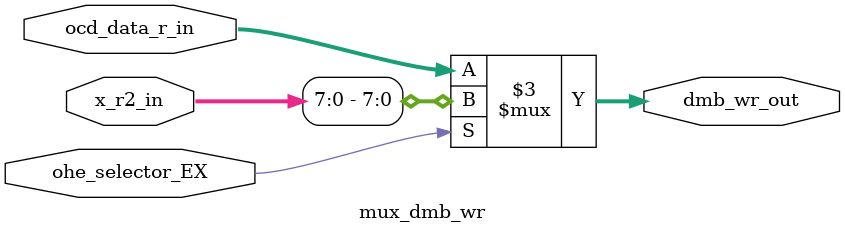
<source format=v>




`timescale 1ns/1ps

// module mux_dmb_wr : mux_dmb_wr
module mux_dmb_wr
  ( input                    ohe_selector_EX,
    input       signed [7:0] ocd_data_r_in, // w08
    input      signed [31:0] x_r2_in, // w32
    output reg  signed [7:0] dmb_wr_out // w08
  );


  // synopsys dc_tcl_script_begin
  // set_ungroup [current_design]
  // synopsys dc_tcl_script_end
  always @ (*)

  begin : p_mux_dmb_wr

    // dmb_wr_out = 8'sh0;

    // (dmb_wr_copy0_ocd_data_r___ocd_st_DMbS3_r_S3_alw)
    // [ocd.n:80]
    dmb_wr_out = ocd_data_r_in;

    if (ohe_selector_EX) // (dmb_wr_copy0_x_r2_EX)
    begin
      // [ldst.n:99](regX.n:82)
      dmb_wr_out = $signed(x_r2_in[7:0]);
    end

  end

endmodule

</source>
